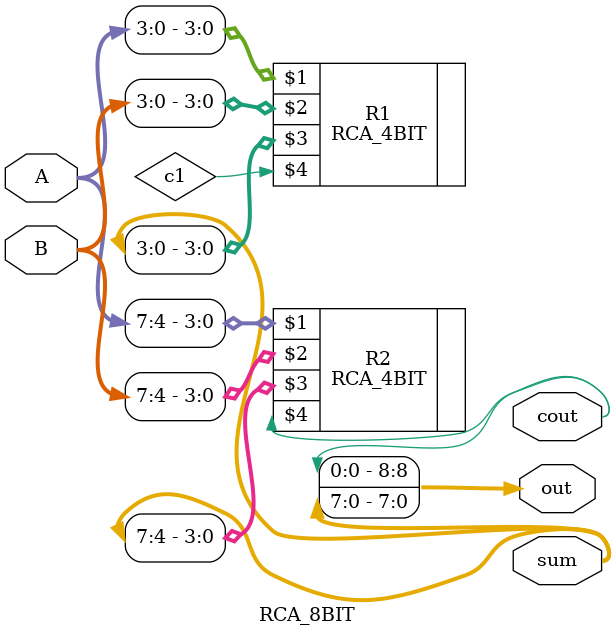
<source format=v>
`timescale 1ns / 1ps

// Author : Venu Pabbuleti 
// ID     : N180116
//Branch  : ECE
//Project : RTL design using Verilog
//Design  : 8BIT RCA
//Module  : 8BIT RCA Design Module
//RGUKT NUZVID 
//////////////////////////////////////////////////////////////////////////////////


module RCA_8BIT(A,B,sum,cout,out);
input [7:0]A;
input [7:0]B;
output [7:0]sum;
output cout;
output [8:0]out;

wire c1;
RCA_4BIT R1(A[3:0],B[3:0],sum[3:0],c1);
RCA_4BIT R2(A[7:4],B[7:4],sum[7:4],cout);
assign out={cout,sum};
endmodule

</source>
